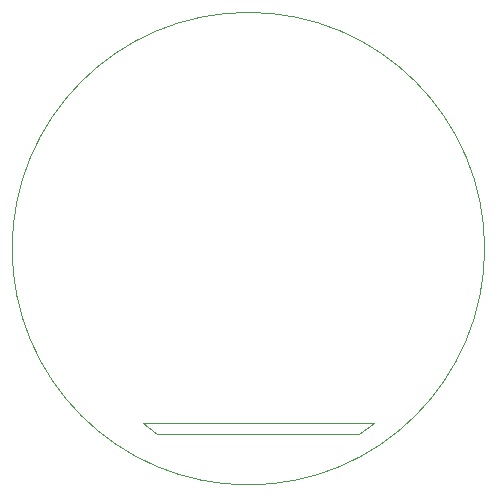
<source format=gbr>
G04 #@! TF.GenerationSoftware,KiCad,Pcbnew,(5.1.6)-1*
G04 #@! TF.CreationDate,2020-09-19T09:47:58+02:00*
G04 #@! TF.ProjectId,ArduinoProMicroUSB,41726475-696e-46f5-9072-6f4d6963726f,rev?*
G04 #@! TF.SameCoordinates,Original*
G04 #@! TF.FileFunction,Profile,NP*
%FSLAX46Y46*%
G04 Gerber Fmt 4.6, Leading zero omitted, Abs format (unit mm)*
G04 Created by KiCad (PCBNEW (5.1.6)-1) date 2020-09-19 09:47:58*
%MOMM*%
%LPD*%
G01*
G04 APERTURE LIST*
G04 #@! TA.AperFunction,Profile*
%ADD10C,0.050000*%
G04 #@! TD*
G04 APERTURE END LIST*
D10*
X161861500Y-76009500D02*
X163068000Y-76962000D01*
X181483000Y-76009500D02*
X180149500Y-76962000D01*
X163068000Y-76962000D02*
X180149500Y-76962000D01*
X161861500Y-76009500D02*
X181483000Y-76009500D01*
X190817500Y-61277500D02*
G75*
G03*
X190817500Y-61277500I-20002500J0D01*
G01*
M02*

</source>
